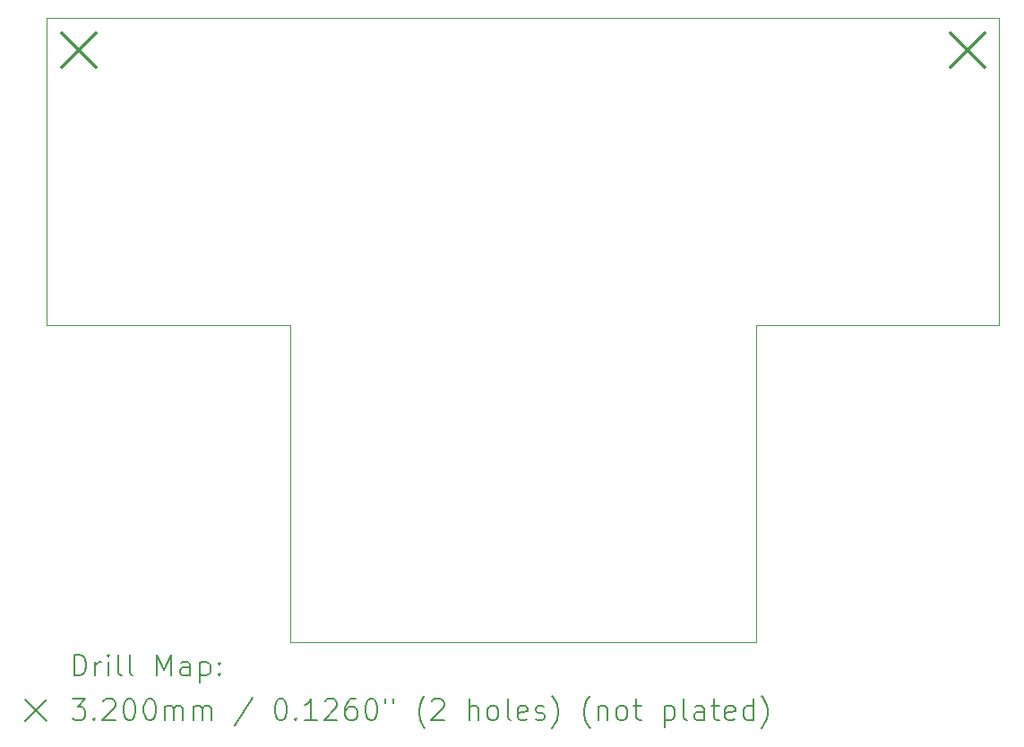
<source format=gbr>
%TF.GenerationSoftware,KiCad,Pcbnew,8.0.4*%
%TF.CreationDate,2025-03-28T18:08:09-04:00*%
%TF.ProjectId,ballsi,62616c6c-7369-42e6-9b69-6361645f7063,rev?*%
%TF.SameCoordinates,Original*%
%TF.FileFunction,Drillmap*%
%TF.FilePolarity,Positive*%
%FSLAX45Y45*%
G04 Gerber Fmt 4.5, Leading zero omitted, Abs format (unit mm)*
G04 Created by KiCad (PCBNEW 8.0.4) date 2025-03-28 18:08:09*
%MOMM*%
%LPD*%
G01*
G04 APERTURE LIST*
%ADD10C,0.050000*%
%ADD11C,0.200000*%
%ADD12C,0.320000*%
G04 APERTURE END LIST*
D10*
X15050000Y-7900000D02*
X15050000Y-5000000D01*
X17350000Y-7900000D02*
X15050000Y-7900000D01*
X17350000Y-10900000D02*
X17350000Y-7900000D01*
X21750000Y-10900000D02*
X17350000Y-10900000D01*
X21750000Y-7900000D02*
X21750000Y-10900000D01*
X24050000Y-7900000D02*
X21750000Y-7900000D01*
X24050000Y-5000000D02*
X24050000Y-7900000D01*
X15050000Y-5000000D02*
X24050000Y-5000000D01*
D11*
D12*
X15190000Y-5140000D02*
X15510000Y-5460000D01*
X15510000Y-5140000D02*
X15190000Y-5460000D01*
X23590000Y-5140000D02*
X23910000Y-5460000D01*
X23910000Y-5140000D02*
X23590000Y-5460000D01*
D11*
X15308277Y-11213984D02*
X15308277Y-11013984D01*
X15308277Y-11013984D02*
X15355896Y-11013984D01*
X15355896Y-11013984D02*
X15384467Y-11023508D01*
X15384467Y-11023508D02*
X15403515Y-11042555D01*
X15403515Y-11042555D02*
X15413039Y-11061603D01*
X15413039Y-11061603D02*
X15422562Y-11099698D01*
X15422562Y-11099698D02*
X15422562Y-11128270D01*
X15422562Y-11128270D02*
X15413039Y-11166365D01*
X15413039Y-11166365D02*
X15403515Y-11185412D01*
X15403515Y-11185412D02*
X15384467Y-11204460D01*
X15384467Y-11204460D02*
X15355896Y-11213984D01*
X15355896Y-11213984D02*
X15308277Y-11213984D01*
X15508277Y-11213984D02*
X15508277Y-11080650D01*
X15508277Y-11118746D02*
X15517801Y-11099698D01*
X15517801Y-11099698D02*
X15527324Y-11090174D01*
X15527324Y-11090174D02*
X15546372Y-11080650D01*
X15546372Y-11080650D02*
X15565420Y-11080650D01*
X15632086Y-11213984D02*
X15632086Y-11080650D01*
X15632086Y-11013984D02*
X15622562Y-11023508D01*
X15622562Y-11023508D02*
X15632086Y-11033031D01*
X15632086Y-11033031D02*
X15641610Y-11023508D01*
X15641610Y-11023508D02*
X15632086Y-11013984D01*
X15632086Y-11013984D02*
X15632086Y-11033031D01*
X15755896Y-11213984D02*
X15736848Y-11204460D01*
X15736848Y-11204460D02*
X15727324Y-11185412D01*
X15727324Y-11185412D02*
X15727324Y-11013984D01*
X15860658Y-11213984D02*
X15841610Y-11204460D01*
X15841610Y-11204460D02*
X15832086Y-11185412D01*
X15832086Y-11185412D02*
X15832086Y-11013984D01*
X16089229Y-11213984D02*
X16089229Y-11013984D01*
X16089229Y-11013984D02*
X16155896Y-11156841D01*
X16155896Y-11156841D02*
X16222562Y-11013984D01*
X16222562Y-11013984D02*
X16222562Y-11213984D01*
X16403515Y-11213984D02*
X16403515Y-11109222D01*
X16403515Y-11109222D02*
X16393991Y-11090174D01*
X16393991Y-11090174D02*
X16374943Y-11080650D01*
X16374943Y-11080650D02*
X16336848Y-11080650D01*
X16336848Y-11080650D02*
X16317801Y-11090174D01*
X16403515Y-11204460D02*
X16384467Y-11213984D01*
X16384467Y-11213984D02*
X16336848Y-11213984D01*
X16336848Y-11213984D02*
X16317801Y-11204460D01*
X16317801Y-11204460D02*
X16308277Y-11185412D01*
X16308277Y-11185412D02*
X16308277Y-11166365D01*
X16308277Y-11166365D02*
X16317801Y-11147317D01*
X16317801Y-11147317D02*
X16336848Y-11137793D01*
X16336848Y-11137793D02*
X16384467Y-11137793D01*
X16384467Y-11137793D02*
X16403515Y-11128270D01*
X16498753Y-11080650D02*
X16498753Y-11280650D01*
X16498753Y-11090174D02*
X16517801Y-11080650D01*
X16517801Y-11080650D02*
X16555896Y-11080650D01*
X16555896Y-11080650D02*
X16574943Y-11090174D01*
X16574943Y-11090174D02*
X16584467Y-11099698D01*
X16584467Y-11099698D02*
X16593991Y-11118746D01*
X16593991Y-11118746D02*
X16593991Y-11175889D01*
X16593991Y-11175889D02*
X16584467Y-11194936D01*
X16584467Y-11194936D02*
X16574943Y-11204460D01*
X16574943Y-11204460D02*
X16555896Y-11213984D01*
X16555896Y-11213984D02*
X16517801Y-11213984D01*
X16517801Y-11213984D02*
X16498753Y-11204460D01*
X16679705Y-11194936D02*
X16689229Y-11204460D01*
X16689229Y-11204460D02*
X16679705Y-11213984D01*
X16679705Y-11213984D02*
X16670182Y-11204460D01*
X16670182Y-11204460D02*
X16679705Y-11194936D01*
X16679705Y-11194936D02*
X16679705Y-11213984D01*
X16679705Y-11090174D02*
X16689229Y-11099698D01*
X16689229Y-11099698D02*
X16679705Y-11109222D01*
X16679705Y-11109222D02*
X16670182Y-11099698D01*
X16670182Y-11099698D02*
X16679705Y-11090174D01*
X16679705Y-11090174D02*
X16679705Y-11109222D01*
X14847500Y-11442500D02*
X15047500Y-11642500D01*
X15047500Y-11442500D02*
X14847500Y-11642500D01*
X15289229Y-11433984D02*
X15413039Y-11433984D01*
X15413039Y-11433984D02*
X15346372Y-11510174D01*
X15346372Y-11510174D02*
X15374943Y-11510174D01*
X15374943Y-11510174D02*
X15393991Y-11519698D01*
X15393991Y-11519698D02*
X15403515Y-11529222D01*
X15403515Y-11529222D02*
X15413039Y-11548269D01*
X15413039Y-11548269D02*
X15413039Y-11595888D01*
X15413039Y-11595888D02*
X15403515Y-11614936D01*
X15403515Y-11614936D02*
X15393991Y-11624460D01*
X15393991Y-11624460D02*
X15374943Y-11633984D01*
X15374943Y-11633984D02*
X15317801Y-11633984D01*
X15317801Y-11633984D02*
X15298753Y-11624460D01*
X15298753Y-11624460D02*
X15289229Y-11614936D01*
X15498753Y-11614936D02*
X15508277Y-11624460D01*
X15508277Y-11624460D02*
X15498753Y-11633984D01*
X15498753Y-11633984D02*
X15489229Y-11624460D01*
X15489229Y-11624460D02*
X15498753Y-11614936D01*
X15498753Y-11614936D02*
X15498753Y-11633984D01*
X15584467Y-11453031D02*
X15593991Y-11443508D01*
X15593991Y-11443508D02*
X15613039Y-11433984D01*
X15613039Y-11433984D02*
X15660658Y-11433984D01*
X15660658Y-11433984D02*
X15679705Y-11443508D01*
X15679705Y-11443508D02*
X15689229Y-11453031D01*
X15689229Y-11453031D02*
X15698753Y-11472079D01*
X15698753Y-11472079D02*
X15698753Y-11491127D01*
X15698753Y-11491127D02*
X15689229Y-11519698D01*
X15689229Y-11519698D02*
X15574943Y-11633984D01*
X15574943Y-11633984D02*
X15698753Y-11633984D01*
X15822562Y-11433984D02*
X15841610Y-11433984D01*
X15841610Y-11433984D02*
X15860658Y-11443508D01*
X15860658Y-11443508D02*
X15870182Y-11453031D01*
X15870182Y-11453031D02*
X15879705Y-11472079D01*
X15879705Y-11472079D02*
X15889229Y-11510174D01*
X15889229Y-11510174D02*
X15889229Y-11557793D01*
X15889229Y-11557793D02*
X15879705Y-11595888D01*
X15879705Y-11595888D02*
X15870182Y-11614936D01*
X15870182Y-11614936D02*
X15860658Y-11624460D01*
X15860658Y-11624460D02*
X15841610Y-11633984D01*
X15841610Y-11633984D02*
X15822562Y-11633984D01*
X15822562Y-11633984D02*
X15803515Y-11624460D01*
X15803515Y-11624460D02*
X15793991Y-11614936D01*
X15793991Y-11614936D02*
X15784467Y-11595888D01*
X15784467Y-11595888D02*
X15774943Y-11557793D01*
X15774943Y-11557793D02*
X15774943Y-11510174D01*
X15774943Y-11510174D02*
X15784467Y-11472079D01*
X15784467Y-11472079D02*
X15793991Y-11453031D01*
X15793991Y-11453031D02*
X15803515Y-11443508D01*
X15803515Y-11443508D02*
X15822562Y-11433984D01*
X16013039Y-11433984D02*
X16032086Y-11433984D01*
X16032086Y-11433984D02*
X16051134Y-11443508D01*
X16051134Y-11443508D02*
X16060658Y-11453031D01*
X16060658Y-11453031D02*
X16070182Y-11472079D01*
X16070182Y-11472079D02*
X16079705Y-11510174D01*
X16079705Y-11510174D02*
X16079705Y-11557793D01*
X16079705Y-11557793D02*
X16070182Y-11595888D01*
X16070182Y-11595888D02*
X16060658Y-11614936D01*
X16060658Y-11614936D02*
X16051134Y-11624460D01*
X16051134Y-11624460D02*
X16032086Y-11633984D01*
X16032086Y-11633984D02*
X16013039Y-11633984D01*
X16013039Y-11633984D02*
X15993991Y-11624460D01*
X15993991Y-11624460D02*
X15984467Y-11614936D01*
X15984467Y-11614936D02*
X15974943Y-11595888D01*
X15974943Y-11595888D02*
X15965420Y-11557793D01*
X15965420Y-11557793D02*
X15965420Y-11510174D01*
X15965420Y-11510174D02*
X15974943Y-11472079D01*
X15974943Y-11472079D02*
X15984467Y-11453031D01*
X15984467Y-11453031D02*
X15993991Y-11443508D01*
X15993991Y-11443508D02*
X16013039Y-11433984D01*
X16165420Y-11633984D02*
X16165420Y-11500650D01*
X16165420Y-11519698D02*
X16174943Y-11510174D01*
X16174943Y-11510174D02*
X16193991Y-11500650D01*
X16193991Y-11500650D02*
X16222563Y-11500650D01*
X16222563Y-11500650D02*
X16241610Y-11510174D01*
X16241610Y-11510174D02*
X16251134Y-11529222D01*
X16251134Y-11529222D02*
X16251134Y-11633984D01*
X16251134Y-11529222D02*
X16260658Y-11510174D01*
X16260658Y-11510174D02*
X16279705Y-11500650D01*
X16279705Y-11500650D02*
X16308277Y-11500650D01*
X16308277Y-11500650D02*
X16327324Y-11510174D01*
X16327324Y-11510174D02*
X16336848Y-11529222D01*
X16336848Y-11529222D02*
X16336848Y-11633984D01*
X16432086Y-11633984D02*
X16432086Y-11500650D01*
X16432086Y-11519698D02*
X16441610Y-11510174D01*
X16441610Y-11510174D02*
X16460658Y-11500650D01*
X16460658Y-11500650D02*
X16489229Y-11500650D01*
X16489229Y-11500650D02*
X16508277Y-11510174D01*
X16508277Y-11510174D02*
X16517801Y-11529222D01*
X16517801Y-11529222D02*
X16517801Y-11633984D01*
X16517801Y-11529222D02*
X16527324Y-11510174D01*
X16527324Y-11510174D02*
X16546372Y-11500650D01*
X16546372Y-11500650D02*
X16574943Y-11500650D01*
X16574943Y-11500650D02*
X16593991Y-11510174D01*
X16593991Y-11510174D02*
X16603515Y-11529222D01*
X16603515Y-11529222D02*
X16603515Y-11633984D01*
X16993991Y-11424460D02*
X16822563Y-11681603D01*
X17251134Y-11433984D02*
X17270182Y-11433984D01*
X17270182Y-11433984D02*
X17289229Y-11443508D01*
X17289229Y-11443508D02*
X17298753Y-11453031D01*
X17298753Y-11453031D02*
X17308277Y-11472079D01*
X17308277Y-11472079D02*
X17317801Y-11510174D01*
X17317801Y-11510174D02*
X17317801Y-11557793D01*
X17317801Y-11557793D02*
X17308277Y-11595888D01*
X17308277Y-11595888D02*
X17298753Y-11614936D01*
X17298753Y-11614936D02*
X17289229Y-11624460D01*
X17289229Y-11624460D02*
X17270182Y-11633984D01*
X17270182Y-11633984D02*
X17251134Y-11633984D01*
X17251134Y-11633984D02*
X17232087Y-11624460D01*
X17232087Y-11624460D02*
X17222563Y-11614936D01*
X17222563Y-11614936D02*
X17213039Y-11595888D01*
X17213039Y-11595888D02*
X17203515Y-11557793D01*
X17203515Y-11557793D02*
X17203515Y-11510174D01*
X17203515Y-11510174D02*
X17213039Y-11472079D01*
X17213039Y-11472079D02*
X17222563Y-11453031D01*
X17222563Y-11453031D02*
X17232087Y-11443508D01*
X17232087Y-11443508D02*
X17251134Y-11433984D01*
X17403515Y-11614936D02*
X17413039Y-11624460D01*
X17413039Y-11624460D02*
X17403515Y-11633984D01*
X17403515Y-11633984D02*
X17393991Y-11624460D01*
X17393991Y-11624460D02*
X17403515Y-11614936D01*
X17403515Y-11614936D02*
X17403515Y-11633984D01*
X17603515Y-11633984D02*
X17489229Y-11633984D01*
X17546372Y-11633984D02*
X17546372Y-11433984D01*
X17546372Y-11433984D02*
X17527325Y-11462555D01*
X17527325Y-11462555D02*
X17508277Y-11481603D01*
X17508277Y-11481603D02*
X17489229Y-11491127D01*
X17679706Y-11453031D02*
X17689229Y-11443508D01*
X17689229Y-11443508D02*
X17708277Y-11433984D01*
X17708277Y-11433984D02*
X17755896Y-11433984D01*
X17755896Y-11433984D02*
X17774944Y-11443508D01*
X17774944Y-11443508D02*
X17784468Y-11453031D01*
X17784468Y-11453031D02*
X17793991Y-11472079D01*
X17793991Y-11472079D02*
X17793991Y-11491127D01*
X17793991Y-11491127D02*
X17784468Y-11519698D01*
X17784468Y-11519698D02*
X17670182Y-11633984D01*
X17670182Y-11633984D02*
X17793991Y-11633984D01*
X17965420Y-11433984D02*
X17927325Y-11433984D01*
X17927325Y-11433984D02*
X17908277Y-11443508D01*
X17908277Y-11443508D02*
X17898753Y-11453031D01*
X17898753Y-11453031D02*
X17879706Y-11481603D01*
X17879706Y-11481603D02*
X17870182Y-11519698D01*
X17870182Y-11519698D02*
X17870182Y-11595888D01*
X17870182Y-11595888D02*
X17879706Y-11614936D01*
X17879706Y-11614936D02*
X17889229Y-11624460D01*
X17889229Y-11624460D02*
X17908277Y-11633984D01*
X17908277Y-11633984D02*
X17946372Y-11633984D01*
X17946372Y-11633984D02*
X17965420Y-11624460D01*
X17965420Y-11624460D02*
X17974944Y-11614936D01*
X17974944Y-11614936D02*
X17984468Y-11595888D01*
X17984468Y-11595888D02*
X17984468Y-11548269D01*
X17984468Y-11548269D02*
X17974944Y-11529222D01*
X17974944Y-11529222D02*
X17965420Y-11519698D01*
X17965420Y-11519698D02*
X17946372Y-11510174D01*
X17946372Y-11510174D02*
X17908277Y-11510174D01*
X17908277Y-11510174D02*
X17889229Y-11519698D01*
X17889229Y-11519698D02*
X17879706Y-11529222D01*
X17879706Y-11529222D02*
X17870182Y-11548269D01*
X18108277Y-11433984D02*
X18127325Y-11433984D01*
X18127325Y-11433984D02*
X18146372Y-11443508D01*
X18146372Y-11443508D02*
X18155896Y-11453031D01*
X18155896Y-11453031D02*
X18165420Y-11472079D01*
X18165420Y-11472079D02*
X18174944Y-11510174D01*
X18174944Y-11510174D02*
X18174944Y-11557793D01*
X18174944Y-11557793D02*
X18165420Y-11595888D01*
X18165420Y-11595888D02*
X18155896Y-11614936D01*
X18155896Y-11614936D02*
X18146372Y-11624460D01*
X18146372Y-11624460D02*
X18127325Y-11633984D01*
X18127325Y-11633984D02*
X18108277Y-11633984D01*
X18108277Y-11633984D02*
X18089229Y-11624460D01*
X18089229Y-11624460D02*
X18079706Y-11614936D01*
X18079706Y-11614936D02*
X18070182Y-11595888D01*
X18070182Y-11595888D02*
X18060658Y-11557793D01*
X18060658Y-11557793D02*
X18060658Y-11510174D01*
X18060658Y-11510174D02*
X18070182Y-11472079D01*
X18070182Y-11472079D02*
X18079706Y-11453031D01*
X18079706Y-11453031D02*
X18089229Y-11443508D01*
X18089229Y-11443508D02*
X18108277Y-11433984D01*
X18251134Y-11433984D02*
X18251134Y-11472079D01*
X18327325Y-11433984D02*
X18327325Y-11472079D01*
X18622563Y-11710174D02*
X18613039Y-11700650D01*
X18613039Y-11700650D02*
X18593991Y-11672079D01*
X18593991Y-11672079D02*
X18584468Y-11653031D01*
X18584468Y-11653031D02*
X18574944Y-11624460D01*
X18574944Y-11624460D02*
X18565420Y-11576841D01*
X18565420Y-11576841D02*
X18565420Y-11538746D01*
X18565420Y-11538746D02*
X18574944Y-11491127D01*
X18574944Y-11491127D02*
X18584468Y-11462555D01*
X18584468Y-11462555D02*
X18593991Y-11443508D01*
X18593991Y-11443508D02*
X18613039Y-11414936D01*
X18613039Y-11414936D02*
X18622563Y-11405412D01*
X18689230Y-11453031D02*
X18698753Y-11443508D01*
X18698753Y-11443508D02*
X18717801Y-11433984D01*
X18717801Y-11433984D02*
X18765420Y-11433984D01*
X18765420Y-11433984D02*
X18784468Y-11443508D01*
X18784468Y-11443508D02*
X18793991Y-11453031D01*
X18793991Y-11453031D02*
X18803515Y-11472079D01*
X18803515Y-11472079D02*
X18803515Y-11491127D01*
X18803515Y-11491127D02*
X18793991Y-11519698D01*
X18793991Y-11519698D02*
X18679706Y-11633984D01*
X18679706Y-11633984D02*
X18803515Y-11633984D01*
X19041611Y-11633984D02*
X19041611Y-11433984D01*
X19127325Y-11633984D02*
X19127325Y-11529222D01*
X19127325Y-11529222D02*
X19117801Y-11510174D01*
X19117801Y-11510174D02*
X19098753Y-11500650D01*
X19098753Y-11500650D02*
X19070182Y-11500650D01*
X19070182Y-11500650D02*
X19051134Y-11510174D01*
X19051134Y-11510174D02*
X19041611Y-11519698D01*
X19251134Y-11633984D02*
X19232087Y-11624460D01*
X19232087Y-11624460D02*
X19222563Y-11614936D01*
X19222563Y-11614936D02*
X19213039Y-11595888D01*
X19213039Y-11595888D02*
X19213039Y-11538746D01*
X19213039Y-11538746D02*
X19222563Y-11519698D01*
X19222563Y-11519698D02*
X19232087Y-11510174D01*
X19232087Y-11510174D02*
X19251134Y-11500650D01*
X19251134Y-11500650D02*
X19279706Y-11500650D01*
X19279706Y-11500650D02*
X19298753Y-11510174D01*
X19298753Y-11510174D02*
X19308277Y-11519698D01*
X19308277Y-11519698D02*
X19317801Y-11538746D01*
X19317801Y-11538746D02*
X19317801Y-11595888D01*
X19317801Y-11595888D02*
X19308277Y-11614936D01*
X19308277Y-11614936D02*
X19298753Y-11624460D01*
X19298753Y-11624460D02*
X19279706Y-11633984D01*
X19279706Y-11633984D02*
X19251134Y-11633984D01*
X19432087Y-11633984D02*
X19413039Y-11624460D01*
X19413039Y-11624460D02*
X19403515Y-11605412D01*
X19403515Y-11605412D02*
X19403515Y-11433984D01*
X19584468Y-11624460D02*
X19565420Y-11633984D01*
X19565420Y-11633984D02*
X19527325Y-11633984D01*
X19527325Y-11633984D02*
X19508277Y-11624460D01*
X19508277Y-11624460D02*
X19498753Y-11605412D01*
X19498753Y-11605412D02*
X19498753Y-11529222D01*
X19498753Y-11529222D02*
X19508277Y-11510174D01*
X19508277Y-11510174D02*
X19527325Y-11500650D01*
X19527325Y-11500650D02*
X19565420Y-11500650D01*
X19565420Y-11500650D02*
X19584468Y-11510174D01*
X19584468Y-11510174D02*
X19593992Y-11529222D01*
X19593992Y-11529222D02*
X19593992Y-11548269D01*
X19593992Y-11548269D02*
X19498753Y-11567317D01*
X19670182Y-11624460D02*
X19689230Y-11633984D01*
X19689230Y-11633984D02*
X19727325Y-11633984D01*
X19727325Y-11633984D02*
X19746373Y-11624460D01*
X19746373Y-11624460D02*
X19755896Y-11605412D01*
X19755896Y-11605412D02*
X19755896Y-11595888D01*
X19755896Y-11595888D02*
X19746373Y-11576841D01*
X19746373Y-11576841D02*
X19727325Y-11567317D01*
X19727325Y-11567317D02*
X19698753Y-11567317D01*
X19698753Y-11567317D02*
X19679706Y-11557793D01*
X19679706Y-11557793D02*
X19670182Y-11538746D01*
X19670182Y-11538746D02*
X19670182Y-11529222D01*
X19670182Y-11529222D02*
X19679706Y-11510174D01*
X19679706Y-11510174D02*
X19698753Y-11500650D01*
X19698753Y-11500650D02*
X19727325Y-11500650D01*
X19727325Y-11500650D02*
X19746373Y-11510174D01*
X19822563Y-11710174D02*
X19832087Y-11700650D01*
X19832087Y-11700650D02*
X19851134Y-11672079D01*
X19851134Y-11672079D02*
X19860658Y-11653031D01*
X19860658Y-11653031D02*
X19870182Y-11624460D01*
X19870182Y-11624460D02*
X19879706Y-11576841D01*
X19879706Y-11576841D02*
X19879706Y-11538746D01*
X19879706Y-11538746D02*
X19870182Y-11491127D01*
X19870182Y-11491127D02*
X19860658Y-11462555D01*
X19860658Y-11462555D02*
X19851134Y-11443508D01*
X19851134Y-11443508D02*
X19832087Y-11414936D01*
X19832087Y-11414936D02*
X19822563Y-11405412D01*
X20184468Y-11710174D02*
X20174944Y-11700650D01*
X20174944Y-11700650D02*
X20155896Y-11672079D01*
X20155896Y-11672079D02*
X20146373Y-11653031D01*
X20146373Y-11653031D02*
X20136849Y-11624460D01*
X20136849Y-11624460D02*
X20127325Y-11576841D01*
X20127325Y-11576841D02*
X20127325Y-11538746D01*
X20127325Y-11538746D02*
X20136849Y-11491127D01*
X20136849Y-11491127D02*
X20146373Y-11462555D01*
X20146373Y-11462555D02*
X20155896Y-11443508D01*
X20155896Y-11443508D02*
X20174944Y-11414936D01*
X20174944Y-11414936D02*
X20184468Y-11405412D01*
X20260658Y-11500650D02*
X20260658Y-11633984D01*
X20260658Y-11519698D02*
X20270182Y-11510174D01*
X20270182Y-11510174D02*
X20289230Y-11500650D01*
X20289230Y-11500650D02*
X20317801Y-11500650D01*
X20317801Y-11500650D02*
X20336849Y-11510174D01*
X20336849Y-11510174D02*
X20346373Y-11529222D01*
X20346373Y-11529222D02*
X20346373Y-11633984D01*
X20470182Y-11633984D02*
X20451134Y-11624460D01*
X20451134Y-11624460D02*
X20441611Y-11614936D01*
X20441611Y-11614936D02*
X20432087Y-11595888D01*
X20432087Y-11595888D02*
X20432087Y-11538746D01*
X20432087Y-11538746D02*
X20441611Y-11519698D01*
X20441611Y-11519698D02*
X20451134Y-11510174D01*
X20451134Y-11510174D02*
X20470182Y-11500650D01*
X20470182Y-11500650D02*
X20498754Y-11500650D01*
X20498754Y-11500650D02*
X20517801Y-11510174D01*
X20517801Y-11510174D02*
X20527325Y-11519698D01*
X20527325Y-11519698D02*
X20536849Y-11538746D01*
X20536849Y-11538746D02*
X20536849Y-11595888D01*
X20536849Y-11595888D02*
X20527325Y-11614936D01*
X20527325Y-11614936D02*
X20517801Y-11624460D01*
X20517801Y-11624460D02*
X20498754Y-11633984D01*
X20498754Y-11633984D02*
X20470182Y-11633984D01*
X20593992Y-11500650D02*
X20670182Y-11500650D01*
X20622563Y-11433984D02*
X20622563Y-11605412D01*
X20622563Y-11605412D02*
X20632087Y-11624460D01*
X20632087Y-11624460D02*
X20651134Y-11633984D01*
X20651134Y-11633984D02*
X20670182Y-11633984D01*
X20889230Y-11500650D02*
X20889230Y-11700650D01*
X20889230Y-11510174D02*
X20908277Y-11500650D01*
X20908277Y-11500650D02*
X20946373Y-11500650D01*
X20946373Y-11500650D02*
X20965420Y-11510174D01*
X20965420Y-11510174D02*
X20974944Y-11519698D01*
X20974944Y-11519698D02*
X20984468Y-11538746D01*
X20984468Y-11538746D02*
X20984468Y-11595888D01*
X20984468Y-11595888D02*
X20974944Y-11614936D01*
X20974944Y-11614936D02*
X20965420Y-11624460D01*
X20965420Y-11624460D02*
X20946373Y-11633984D01*
X20946373Y-11633984D02*
X20908277Y-11633984D01*
X20908277Y-11633984D02*
X20889230Y-11624460D01*
X21098754Y-11633984D02*
X21079706Y-11624460D01*
X21079706Y-11624460D02*
X21070182Y-11605412D01*
X21070182Y-11605412D02*
X21070182Y-11433984D01*
X21260658Y-11633984D02*
X21260658Y-11529222D01*
X21260658Y-11529222D02*
X21251135Y-11510174D01*
X21251135Y-11510174D02*
X21232087Y-11500650D01*
X21232087Y-11500650D02*
X21193992Y-11500650D01*
X21193992Y-11500650D02*
X21174944Y-11510174D01*
X21260658Y-11624460D02*
X21241611Y-11633984D01*
X21241611Y-11633984D02*
X21193992Y-11633984D01*
X21193992Y-11633984D02*
X21174944Y-11624460D01*
X21174944Y-11624460D02*
X21165420Y-11605412D01*
X21165420Y-11605412D02*
X21165420Y-11586365D01*
X21165420Y-11586365D02*
X21174944Y-11567317D01*
X21174944Y-11567317D02*
X21193992Y-11557793D01*
X21193992Y-11557793D02*
X21241611Y-11557793D01*
X21241611Y-11557793D02*
X21260658Y-11548269D01*
X21327325Y-11500650D02*
X21403515Y-11500650D01*
X21355896Y-11433984D02*
X21355896Y-11605412D01*
X21355896Y-11605412D02*
X21365420Y-11624460D01*
X21365420Y-11624460D02*
X21384468Y-11633984D01*
X21384468Y-11633984D02*
X21403515Y-11633984D01*
X21546373Y-11624460D02*
X21527325Y-11633984D01*
X21527325Y-11633984D02*
X21489230Y-11633984D01*
X21489230Y-11633984D02*
X21470182Y-11624460D01*
X21470182Y-11624460D02*
X21460658Y-11605412D01*
X21460658Y-11605412D02*
X21460658Y-11529222D01*
X21460658Y-11529222D02*
X21470182Y-11510174D01*
X21470182Y-11510174D02*
X21489230Y-11500650D01*
X21489230Y-11500650D02*
X21527325Y-11500650D01*
X21527325Y-11500650D02*
X21546373Y-11510174D01*
X21546373Y-11510174D02*
X21555896Y-11529222D01*
X21555896Y-11529222D02*
X21555896Y-11548269D01*
X21555896Y-11548269D02*
X21460658Y-11567317D01*
X21727325Y-11633984D02*
X21727325Y-11433984D01*
X21727325Y-11624460D02*
X21708277Y-11633984D01*
X21708277Y-11633984D02*
X21670182Y-11633984D01*
X21670182Y-11633984D02*
X21651135Y-11624460D01*
X21651135Y-11624460D02*
X21641611Y-11614936D01*
X21641611Y-11614936D02*
X21632087Y-11595888D01*
X21632087Y-11595888D02*
X21632087Y-11538746D01*
X21632087Y-11538746D02*
X21641611Y-11519698D01*
X21641611Y-11519698D02*
X21651135Y-11510174D01*
X21651135Y-11510174D02*
X21670182Y-11500650D01*
X21670182Y-11500650D02*
X21708277Y-11500650D01*
X21708277Y-11500650D02*
X21727325Y-11510174D01*
X21803516Y-11710174D02*
X21813039Y-11700650D01*
X21813039Y-11700650D02*
X21832087Y-11672079D01*
X21832087Y-11672079D02*
X21841611Y-11653031D01*
X21841611Y-11653031D02*
X21851135Y-11624460D01*
X21851135Y-11624460D02*
X21860658Y-11576841D01*
X21860658Y-11576841D02*
X21860658Y-11538746D01*
X21860658Y-11538746D02*
X21851135Y-11491127D01*
X21851135Y-11491127D02*
X21841611Y-11462555D01*
X21841611Y-11462555D02*
X21832087Y-11443508D01*
X21832087Y-11443508D02*
X21813039Y-11414936D01*
X21813039Y-11414936D02*
X21803516Y-11405412D01*
M02*

</source>
